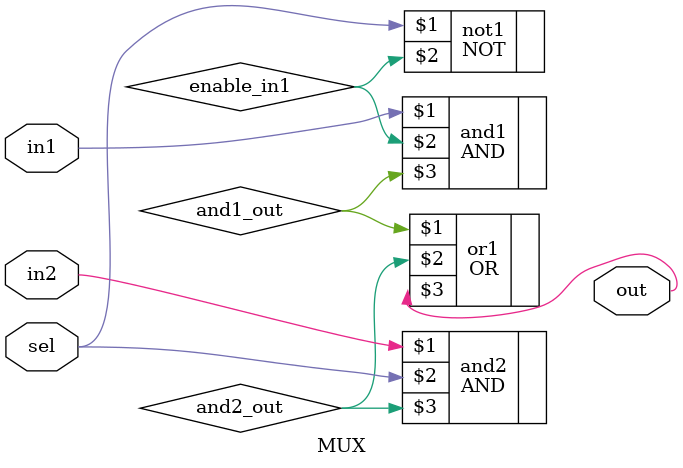
<source format=v>
module MUX(
    input sel, in1, in2,
    output out
);

    wire enable_in1, enable_in2;
    wire and1_out, and2_out;

    NOT not1(sel, enable_in1);
    AND and1(in1, enable_in1, and1_out);
    AND and2(in2, sel, and2_out);
    OR or1(and1_out, and2_out, out);
endmodule

</source>
